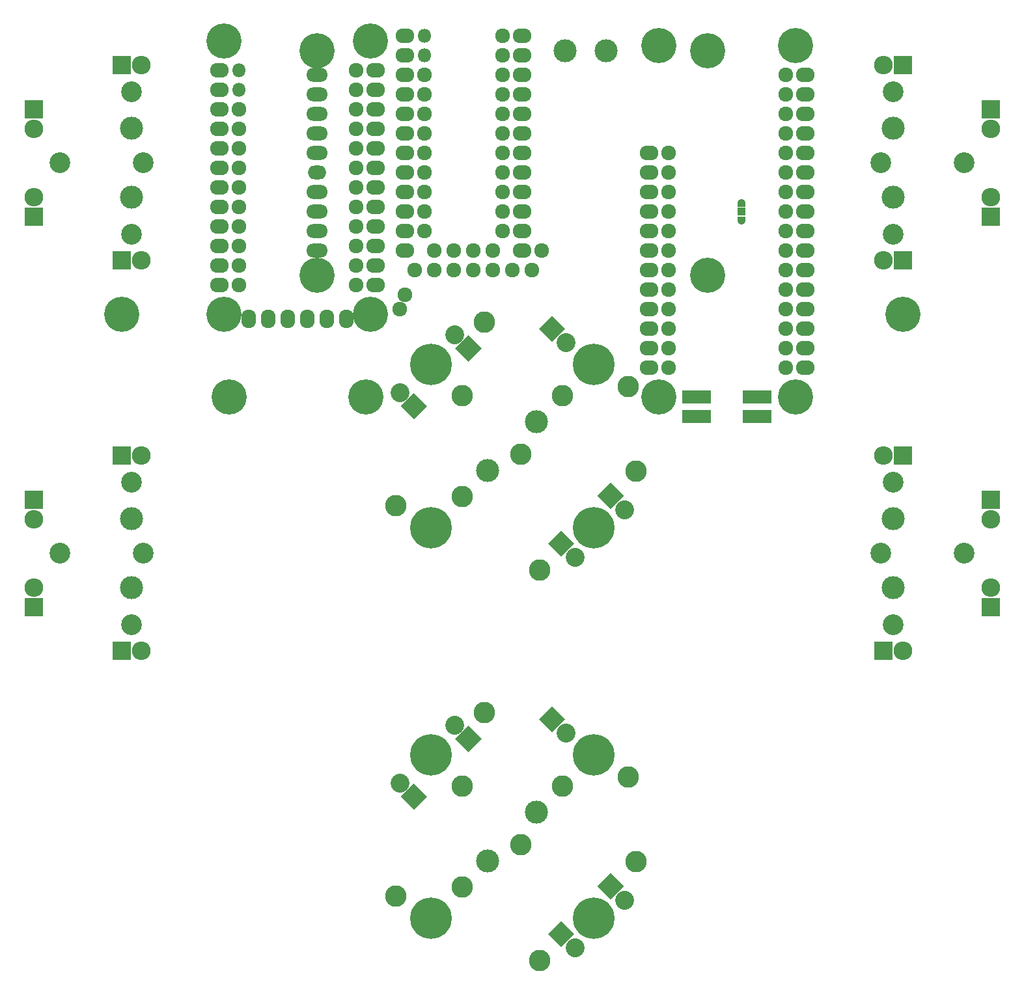
<source format=gts>
%TF.GenerationSoftware,KiCad,Pcbnew,4.1.0-alpha+201609021633+7109~49~ubuntu16.04.1-product*%
%TF.CreationDate,2016-09-14T14:47:56+05:30*%
%TF.ProjectId,OTS2,4F5453322E6B696361645F7063620000,rev?*%
%TF.FileFunction,Soldermask,Top*%
%FSLAX46Y46*%
G04 Gerber Fmt 4.6, Leading zero omitted, Abs format (unit mm)*
G04 Created by KiCad (PCBNEW 4.1.0-alpha+201609021633+7109~49~ubuntu16.04.1-product) date Wed Sep 14 14:47:56 2016*
%MOMM*%
%LPD*%
G01*
G04 APERTURE LIST*
%ADD10C,0.101600*%
%ADD11R,2.432000X2.432000*%
%ADD12O,2.432000X2.432000*%
%ADD13C,2.700000*%
%ADD14C,3.000000*%
%ADD15C,2.432000*%
%ADD16C,2.800000*%
%ADD17C,5.400000*%
%ADD18R,3.702000X1.670000*%
%ADD19O,2.813000X1.797000*%
%ADD20O,2.432000X1.797000*%
%ADD21C,4.572000*%
%ADD22O,2.432000X1.924000*%
%ADD23C,1.924000*%
%ADD24O,1.924000X2.432000*%
%ADD25O,1.924000X1.924000*%
%ADD26O,1.797000X1.797000*%
%ADD27C,1.052400*%
%ADD28R,1.052400X0.552400*%
%ADD29R,1.052400X1.052400*%
G04 APERTURE END LIST*
D10*
D11*
X154305000Y-98425000D03*
D12*
X154305000Y-95885000D03*
D13*
X140035000Y-91440000D03*
D14*
X141605000Y-95940000D03*
D13*
X141605000Y-100700000D03*
D14*
X141605000Y-86940000D03*
D13*
X141605000Y-82180000D03*
X150865000Y-91440000D03*
X44115000Y-91440000D03*
D14*
X42545000Y-86940000D03*
D13*
X42545000Y-82180000D03*
D14*
X42545000Y-95940000D03*
D13*
X42545000Y-100700000D03*
X33285000Y-91440000D03*
D11*
X29845000Y-98425000D03*
D12*
X29845000Y-95885000D03*
D11*
X29845000Y-84455000D03*
D12*
X29845000Y-86995000D03*
D11*
X41275000Y-78740000D03*
D12*
X43815000Y-78740000D03*
D11*
X41275000Y-104140000D03*
D12*
X43815000Y-104140000D03*
D11*
X154305000Y-84455000D03*
D12*
X154305000Y-86995000D03*
D11*
X140335000Y-104140000D03*
D12*
X142875000Y-104140000D03*
D11*
X142875000Y-78740000D03*
D12*
X140335000Y-78740000D03*
D10*
G36*
X79266040Y-121361378D02*
X80985724Y-123081062D01*
X79266040Y-124800746D01*
X77546356Y-123081062D01*
X79266040Y-121361378D01*
X79266040Y-121361378D01*
G37*
D15*
X77469989Y-121285011D02*
X77469989Y-121285011D01*
D16*
X93185158Y-129380158D03*
D17*
X81468398Y-117663398D03*
D16*
X85527191Y-134817809D03*
D17*
X102681602Y-138876602D03*
D16*
X98622809Y-121722191D03*
D17*
X81468398Y-138876602D03*
X102681602Y-117663398D03*
D14*
X88893019Y-131451981D03*
X95256981Y-125088019D03*
D16*
X76971199Y-136019890D03*
X85527191Y-121722191D03*
X88468755Y-112119681D03*
X95681245Y-144420319D03*
X108154608Y-131522691D03*
X107178801Y-120520110D03*
D10*
G36*
X98425000Y-142689684D02*
X96705316Y-140970000D01*
X98425000Y-139250316D01*
X100144684Y-140970000D01*
X98425000Y-142689684D01*
X98425000Y-142689684D01*
G37*
D15*
X100221051Y-142766051D02*
X100221051Y-142766051D01*
D10*
G36*
X86360000Y-113850316D02*
X88079684Y-115570000D01*
X86360000Y-117289684D01*
X84640316Y-115570000D01*
X86360000Y-113850316D01*
X86360000Y-113850316D01*
G37*
D15*
X84563949Y-113773949D02*
X84563949Y-113773949D01*
D10*
G36*
X104883949Y-136448633D02*
X103164265Y-134728949D01*
X104883949Y-133009265D01*
X106603633Y-134728949D01*
X104883949Y-136448633D01*
X104883949Y-136448633D01*
G37*
D15*
X106680000Y-136525000D02*
X106680000Y-136525000D01*
D10*
G36*
X97263949Y-114749684D02*
X95544265Y-113030000D01*
X97263949Y-111310316D01*
X98983633Y-113030000D01*
X97263949Y-114749684D01*
X97263949Y-114749684D01*
G37*
D15*
X99060000Y-114826051D02*
X99060000Y-114826051D01*
D16*
X93185158Y-78580158D03*
D17*
X81468398Y-66863398D03*
D16*
X85527191Y-84017809D03*
D17*
X102681602Y-88076602D03*
D16*
X98622809Y-70922191D03*
D17*
X81468398Y-88076602D03*
X102681602Y-66863398D03*
D14*
X88893019Y-80651981D03*
X95256981Y-74288019D03*
D16*
X76971199Y-85219890D03*
X85527191Y-70922191D03*
X88468755Y-61319681D03*
X95681245Y-93620319D03*
X108154608Y-80722691D03*
X107178801Y-69720110D03*
D18*
X123952000Y-73660000D03*
X123952000Y-71120000D03*
X116078000Y-71120000D03*
X116078000Y-73660000D03*
D19*
X66675000Y-29210000D03*
X66675000Y-31750000D03*
X66675000Y-34290000D03*
X66675000Y-36830000D03*
X66675000Y-39370000D03*
D20*
X66675000Y-41910000D03*
D19*
X66675000Y-44450000D03*
X66675000Y-46990000D03*
X66675000Y-49530000D03*
X66675000Y-52070000D03*
D21*
X66675000Y-55245000D03*
X117475000Y-55245000D03*
X117475000Y-26035000D03*
X66675000Y-26035000D03*
D22*
X109855000Y-67310000D03*
X109855000Y-64770000D03*
X109855000Y-62230000D03*
X109855000Y-59690000D03*
X109855000Y-57150000D03*
X109855000Y-54610000D03*
X109855000Y-52070000D03*
X109855000Y-49530000D03*
X109855000Y-46990000D03*
X109855000Y-44450000D03*
X109855000Y-41910000D03*
X109855000Y-39370000D03*
X130175000Y-29210000D03*
X130175000Y-31750000D03*
X130175000Y-34290000D03*
X130175000Y-36830000D03*
X130175000Y-39370000D03*
X130175000Y-41910000D03*
X130175000Y-44450000D03*
X130175000Y-46990000D03*
X130175000Y-49530000D03*
X130175000Y-52070000D03*
X130175000Y-54610000D03*
X130175000Y-57150000D03*
X130175000Y-59690000D03*
X130175000Y-62230000D03*
X130175000Y-64770000D03*
X130175000Y-67310000D03*
D21*
X111125000Y-25400000D03*
X128905000Y-25400000D03*
D23*
X112395000Y-67310000D03*
X112395000Y-64770000D03*
X112395000Y-62230000D03*
X112395000Y-59690000D03*
X112395000Y-57150000D03*
X112395000Y-54610000D03*
X112395000Y-52070000D03*
X112395000Y-49530000D03*
X112395000Y-46990000D03*
X112395000Y-44450000D03*
X112395000Y-41910000D03*
X112395000Y-39370000D03*
X127635000Y-29210000D03*
X127635000Y-31750000D03*
X127635000Y-34290000D03*
X127635000Y-36830000D03*
X127635000Y-39370000D03*
X127635000Y-41910000D03*
X127635000Y-44450000D03*
X127635000Y-46990000D03*
X127635000Y-49530000D03*
X127635000Y-52070000D03*
X127635000Y-54610000D03*
X127635000Y-57150000D03*
X127635000Y-59690000D03*
X127635000Y-62230000D03*
X127635000Y-64770000D03*
X127635000Y-67310000D03*
D21*
X111125000Y-71120000D03*
X128905000Y-71120000D03*
D22*
X74295000Y-28575000D03*
X74295000Y-31115000D03*
X74295000Y-33655000D03*
X74295000Y-36195000D03*
X74295000Y-38735000D03*
X74295000Y-41275000D03*
X74295000Y-43815000D03*
X74295000Y-46355000D03*
X74295000Y-48895000D03*
X74295000Y-51435000D03*
X74295000Y-53975000D03*
X74295000Y-56515000D03*
D24*
X70485000Y-60960000D03*
X67945000Y-60960000D03*
X65405000Y-60960000D03*
X62865000Y-60960000D03*
X60325000Y-60960000D03*
X57785000Y-60960000D03*
D22*
X53975000Y-56515000D03*
X53975000Y-53975000D03*
X53975000Y-51435000D03*
X53975000Y-48895000D03*
X53975000Y-46355000D03*
X53975000Y-43815000D03*
X53975000Y-41275000D03*
X53975000Y-38735000D03*
X53975000Y-36195000D03*
X53975000Y-33655000D03*
X53975000Y-31115000D03*
X53975000Y-28575000D03*
D21*
X73660000Y-60325000D03*
X54610000Y-60325000D03*
X54610000Y-24765000D03*
X73660000Y-24765000D03*
D25*
X71755000Y-28575000D03*
X71755000Y-31115000D03*
X71755000Y-33655000D03*
X71755000Y-36195000D03*
X71755000Y-38735000D03*
X71755000Y-41275000D03*
X71755000Y-43815000D03*
X71755000Y-46355000D03*
X71755000Y-48895000D03*
X71755000Y-51435000D03*
X71755000Y-53975000D03*
X71755000Y-56515000D03*
X56515000Y-56515000D03*
X56515000Y-53975000D03*
X56515000Y-51435000D03*
X56515000Y-48895000D03*
X56515000Y-46355000D03*
X56515000Y-43815000D03*
X56515000Y-41275000D03*
X56515000Y-38735000D03*
X56515000Y-36195000D03*
X56515000Y-33655000D03*
D26*
X56515000Y-31115000D03*
X56515000Y-28575000D03*
D21*
X73025000Y-71120000D03*
X55245000Y-71120000D03*
X142875000Y-60325000D03*
X41275000Y-60325000D03*
D13*
X44115000Y-40640000D03*
D14*
X42545000Y-36140000D03*
D13*
X42545000Y-31380000D03*
D14*
X42545000Y-45140000D03*
D13*
X42545000Y-49900000D03*
X33285000Y-40640000D03*
X140035000Y-40640000D03*
D14*
X141605000Y-45140000D03*
D13*
X141605000Y-49900000D03*
D14*
X141605000Y-36140000D03*
D13*
X141605000Y-31380000D03*
X150865000Y-40640000D03*
D22*
X93345000Y-24130000D03*
X93345000Y-26670000D03*
X93345000Y-29210000D03*
X93345000Y-31750000D03*
X93345000Y-34290000D03*
X93345000Y-36830000D03*
X93345000Y-39370000D03*
X93345000Y-41910000D03*
X93345000Y-44450000D03*
X93345000Y-46990000D03*
X93345000Y-49530000D03*
X93345000Y-52070000D03*
D25*
X92075000Y-54610000D03*
X89535000Y-54610000D03*
X86995000Y-54610000D03*
X84455000Y-54610000D03*
X81915000Y-54610000D03*
X79375000Y-54610000D03*
D22*
X78105000Y-52069999D03*
X78105000Y-49530000D03*
X78105000Y-46990000D03*
X78105000Y-44450000D03*
X78105000Y-41910000D03*
X78105000Y-39370000D03*
X78105000Y-36830000D03*
X78105000Y-34290000D03*
X78105000Y-31750000D03*
X78105000Y-29210000D03*
X78105000Y-26670000D03*
X78105000Y-24130000D03*
D25*
X90805000Y-24130000D03*
X90805000Y-26670000D03*
X90805000Y-29210000D03*
X90805000Y-31750000D03*
X90805000Y-34290000D03*
X90805000Y-36830000D03*
X90805000Y-39370000D03*
X90805000Y-41910000D03*
X90805000Y-44450000D03*
X90805000Y-46990000D03*
X90805000Y-49530000D03*
X95885000Y-52070000D03*
X94615000Y-54610000D03*
X89535000Y-52070000D03*
X86995000Y-52070000D03*
X84455000Y-52070000D03*
X81915000Y-52070000D03*
X80645000Y-49530000D03*
X78105000Y-57785000D03*
X77470000Y-59690000D03*
X80645000Y-46990000D03*
X80645000Y-44450000D03*
X80645000Y-41910000D03*
X80645000Y-39370000D03*
X80645000Y-36830000D03*
X80645000Y-34290000D03*
X80645000Y-31750000D03*
X80645000Y-29210000D03*
D26*
X80645000Y-26670000D03*
X80645000Y-24130000D03*
D14*
X98950000Y-26035000D03*
X104250000Y-26035000D03*
D27*
X121920000Y-45840000D03*
D28*
X121920000Y-47890000D03*
X121920000Y-46090000D03*
D27*
X121920000Y-48140000D03*
D29*
X121920000Y-46990000D03*
D10*
G36*
X104883949Y-85648633D02*
X103164265Y-83928949D01*
X104883949Y-82209265D01*
X106603633Y-83928949D01*
X104883949Y-85648633D01*
X104883949Y-85648633D01*
G37*
D15*
X106680000Y-85725000D02*
X106680000Y-85725000D01*
D10*
G36*
X98425000Y-91889684D02*
X96705316Y-90170000D01*
X98425000Y-88450316D01*
X100144684Y-90170000D01*
X98425000Y-91889684D01*
X98425000Y-91889684D01*
G37*
D15*
X100221051Y-91966051D02*
X100221051Y-91966051D01*
D10*
G36*
X86360000Y-63050316D02*
X88079684Y-64770000D01*
X86360000Y-66489684D01*
X84640316Y-64770000D01*
X86360000Y-63050316D01*
X86360000Y-63050316D01*
G37*
D15*
X84563949Y-62973949D02*
X84563949Y-62973949D01*
D10*
G36*
X79266040Y-70561378D02*
X80985724Y-72281062D01*
X79266040Y-74000746D01*
X77546356Y-72281062D01*
X79266040Y-70561378D01*
X79266040Y-70561378D01*
G37*
D15*
X77469989Y-70485011D02*
X77469989Y-70485011D01*
D11*
X29845000Y-47625000D03*
D12*
X29845000Y-45085000D03*
D11*
X41275000Y-27940000D03*
D12*
X43815000Y-27940000D03*
D11*
X41275000Y-53340000D03*
D12*
X43815000Y-53340000D03*
D11*
X29845000Y-33655000D03*
D12*
X29845000Y-36195000D03*
D11*
X154305000Y-33655000D03*
D12*
X154305000Y-36195000D03*
D11*
X142875000Y-27940000D03*
D12*
X140335000Y-27940000D03*
D11*
X154305000Y-47625000D03*
D12*
X154305000Y-45085000D03*
D11*
X142875000Y-53340000D03*
D12*
X140335000Y-53340000D03*
D10*
G36*
X97263949Y-63949684D02*
X95544265Y-62230000D01*
X97263949Y-60510316D01*
X98983633Y-62230000D01*
X97263949Y-63949684D01*
X97263949Y-63949684D01*
G37*
D15*
X99060000Y-64026051D02*
X99060000Y-64026051D01*
M02*

</source>
